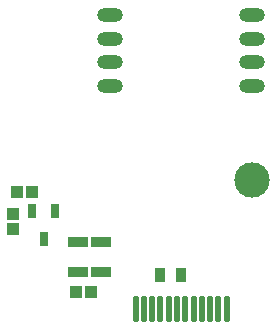
<source format=gts>
G04*
G04 #@! TF.GenerationSoftware,Altium Limited,Altium Designer,23.2.1 (34)*
G04*
G04 Layer_Color=8388736*
%FSLAX25Y25*%
%MOIN*%
G70*
G04*
G04 #@! TF.SameCoordinates,367E1BAD-0148-4484-8A4B-4069D69ABC48*
G04*
G04*
G04 #@! TF.FilePolarity,Negative*
G04*
G01*
G75*
%ADD20R,0.04147X0.03950*%
%ADD21R,0.03950X0.04147*%
%ADD22R,0.03162X0.04737*%
%ADD23O,0.08674X0.04737*%
G04:AMPARAMS|DCode=24|XSize=86.74mil|YSize=21.78mil|CornerRadius=5.72mil|HoleSize=0mil|Usage=FLASHONLY|Rotation=90.000|XOffset=0mil|YOffset=0mil|HoleType=Round|Shape=RoundedRectangle|*
%AMROUNDEDRECTD24*
21,1,0.08674,0.01034,0,0,90.0*
21,1,0.07530,0.02178,0,0,90.0*
1,1,0.01145,0.00517,0.03765*
1,1,0.01145,0.00517,-0.03765*
1,1,0.01145,-0.00517,-0.03765*
1,1,0.01145,-0.00517,0.03765*
%
%ADD24ROUNDEDRECTD24*%
%ADD25R,0.06509X0.03753*%
%ADD26R,0.03556X0.04540*%
%ADD27C,0.11811*%
D20*
X-56102Y-11220D02*
D03*
Y-16339D02*
D03*
D21*
X-49606Y-3937D02*
D03*
X-54724D02*
D03*
X-29921Y-37402D02*
D03*
X-35039D02*
D03*
D22*
X-42125Y-10139D02*
D03*
X-49605D02*
D03*
X-45865Y-19588D02*
D03*
D23*
X-23622Y31496D02*
D03*
Y39370D02*
D03*
Y47244D02*
D03*
Y55118D02*
D03*
X23622Y31496D02*
D03*
Y39370D02*
D03*
Y47244D02*
D03*
Y55118D02*
D03*
D24*
X15157Y-42913D02*
D03*
X12402D02*
D03*
X9646D02*
D03*
X6890D02*
D03*
X4134D02*
D03*
X1378D02*
D03*
X-1378D02*
D03*
X-4134D02*
D03*
X-6890D02*
D03*
X-9646D02*
D03*
X-12402D02*
D03*
X-15157D02*
D03*
D25*
X-34449Y-30610D02*
D03*
Y-20571D02*
D03*
X-26575Y-30610D02*
D03*
Y-20571D02*
D03*
D26*
X0Y-31496D02*
D03*
X-6890D02*
D03*
D27*
X23622Y0D02*
D03*
M02*

</source>
